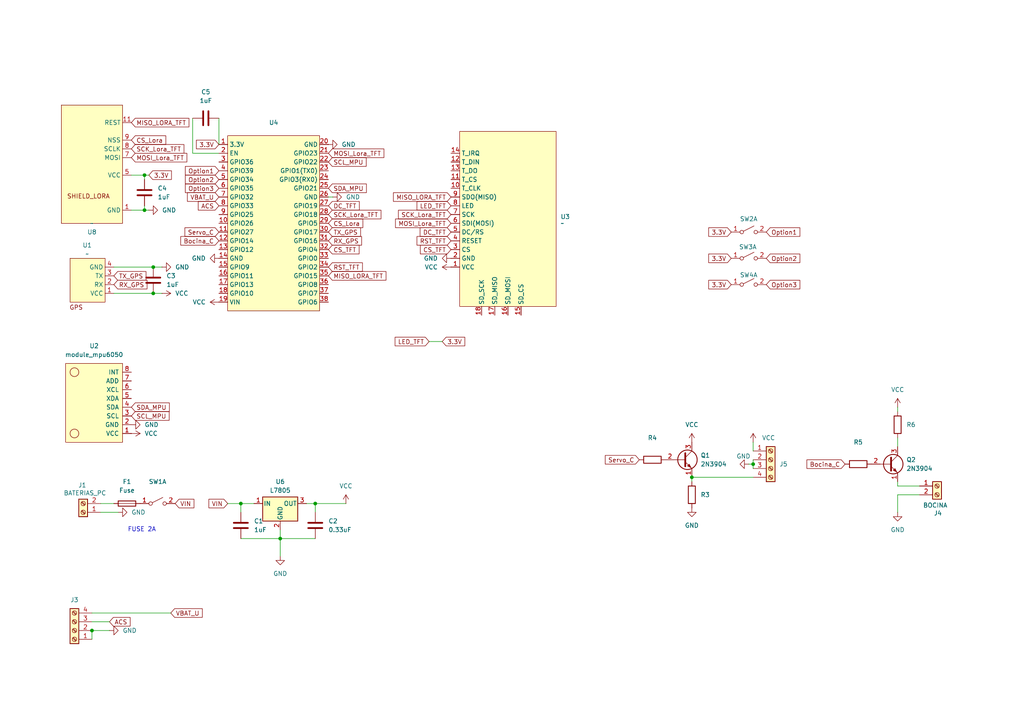
<source format=kicad_sch>
(kicad_sch (version 20250114) (generator "eeschema") (generator_version "9.0")
  (paper "A4")
  (title_block (title "Computadora-abordo Auto Desafio Eco YPF") (rev "1.0") (company "Joaquin Della Torre "))
  (lib_symbols
    (symbol "Connector:Screw_Terminal_01x02" (pin_names (offset 1.016) (hide yes))
      (property "Reference" "J" (at 0 2.54 0))
      (property "Value" "Screw_Terminal_01x02" (at 0 -5.08 0))
      (symbol "Screw_Terminal_01x02_1_1"
        (rectangle (start -1.27 1.27) (end 1.27 -3.81) (stroke (width 0.254)) (fill (type background)))
        (polyline (pts (xy -0.5334 0.3302) (xy 0.3302 -0.508)) (stroke (width 0.1524)))
        (polyline (pts (xy -0.5334 -2.2098) (xy 0.3302 -3.048)) (stroke (width 0.1524)))
        (polyline (pts (xy -0.3556 0.508) (xy 0.508 -0.3302)) (stroke (width 0.1524)))
        (polyline (pts (xy -0.3556 -2.032) (xy 0.508 -2.8702)) (stroke (width 0.1524)))
        (circle (center 0 0) (radius 0.635) (stroke (width 0.1524)))
        (circle (center 0 -2.54) (radius 0.635) (stroke (width 0.1524)))
        (pin passive line (at -5.08 0 0) (length 3.81) (name "Pin_1") (number "1"))
        (pin passive line (at -5.08 -2.54 0) (length 3.81) (name "Pin_2") (number "2"))
      )
    )
    (symbol "Connector:Screw_Terminal_01x04" (pin_names (offset 1.016) (hide yes))
      (property "Reference" "J" (at 0 5.08 0))
      (property "Value" "Screw_Terminal_01x04" (at 0 -7.62 0))
      (symbol "Screw_Terminal_01x04_1_1"
        (rectangle (start -1.27 3.81) (end 1.27 -6.35) (stroke (width 0.254)) (fill (type background)))
        (polyline (pts (xy -0.5334 2.8702) (xy 0.3302 2.032)) (stroke (width 0.1524)))
        (polyline (pts (xy -0.5334 0.3302) (xy 0.3302 -0.508)) (stroke (width 0.1524)))
        (polyline (pts (xy -0.5334 -2.2098) (xy 0.3302 -3.048)) (stroke (width 0.1524)))
        (polyline (pts (xy -0.5334 -4.7498) (xy 0.3302 -5.588)) (stroke (width 0.1524)))
        (polyline (pts (xy -0.3556 3.048) (xy 0.508 2.2098)) (stroke (width 0.1524)))
        (polyline (pts (xy -0.3556 0.508) (xy 0.508 -0.3302)) (stroke (width 0.1524)))
        (polyline (pts (xy -0.3556 -2.032) (xy 0.508 -2.8702)) (stroke (width 0.1524)))
        (polyline (pts (xy -0.3556 -4.572) (xy 0.508 -5.4102)) (stroke (width 0.1524)))
        (circle (center 0 2.54) (radius 0.635) (stroke (width 0.1524)))
        (circle (center 0 0) (radius 0.635) (stroke (width 0.1524)))
        (circle (center 0 -2.54) (radius 0.635) (stroke (width 0.1524)))
        (circle (center 0 -5.08) (radius 0.635) (stroke (width 0.1524)))
        (pin passive line (at -5.08 2.54 0) (length 3.81) (name "Pin_1") (number "1"))
        (pin passive line (at -5.08 0 0) (length 3.81) (name "Pin_2") (number "2"))
        (pin passive line (at -5.08 -2.54 0) (length 3.81) (name "Pin_3") (number "3"))
        (pin passive line (at -5.08 -5.08 0) (length 3.81) (name "Pin_4") (number "4"))
      )
    )
    (symbol "Device:C" (pin_numbers (hide yes)) (pin_names (offset 0.254))
      (property "Reference" "C" (at 0.635 2.54 0))
      (property "Value" "C" (at 0.635 -2.54 0))
      (symbol "C_0_1"
        (polyline (pts (xy -2.032 0.762) (xy 2.032 0.762)) (stroke (width 0.508)))
        (polyline (pts (xy -2.032 -0.762) (xy 2.032 -0.762)) (stroke (width 0.508)))
      )
      (symbol "C_1_1"
        (pin passive line (at 0 3.81 270) (length 2.794) (name "~") (number "1"))
        (pin passive line (at 0 -3.81 90) (length 2.794) (name "~") (number "2"))
      )
    )
    (symbol "Device:Fuse" (pin_numbers (hide yes)) (pin_names (offset 0))
      (property "Reference" "F" (at 2.032 0 90))
      (property "Value" "Fuse" (at -1.905 0 90))
      (symbol "Fuse_0_1"
        (rectangle (start -0.762 -2.54) (end 0.762 2.54) (stroke (width 0.254)))
        (polyline (pts (xy 0 2.54) (xy 0 -2.54)))
      )
      (symbol "Fuse_1_1"
        (pin passive line (at 0 3.81 270) (length 1.27) (name "~") (number "1"))
        (pin passive line (at 0 -3.81 90) (length 1.27) (name "~") (number "2"))
      )
    )
    (symbol "Device:R" (pin_numbers (hide yes)) (pin_names (offset 0))
      (property "Reference" "R" (at 2.032 0 90))
      (property "Value" "R" (at 0 0 90))
      (symbol "R_0_1"
        (rectangle (start -1.016 -2.54) (end 1.016 2.54) (stroke (width 0.254)))
      )
      (symbol "R_1_1"
        (pin passive line (at 0 3.81 270) (length 1.27) (name "~") (number "1"))
        (pin passive line (at 0 -3.81 90) (length 1.27) (name "~") (number "2"))
      )
    )
    (symbol "GY-NEO6MV2:GPS"
      (property "Reference" "U" (at 0 0 0))
      (symbol "GPS_1_1"
        (rectangle (start 2.54 13.97) (end 12.7 1.27) (fill (type background)))
        (text "GPS\n" (at 10.922 15.494 0) (effects (font (size 1.27 1.27))))
        (pin power_in line (at 0 11.43 0) (length 2.54) (name "VCC") (number "1"))
        (pin input line (at 0 8.89 0) (length 2.54) (name "RX") (number "2"))
        (pin output line (at 0 6.35 0) (length 2.54) (name "TX") (number "3"))
        (pin power_in line (at 0 3.81 0) (length 2.54) (name "GND") (number "4"))
      )
    )
    (symbol "Regulator_Linear:L7805" (pin_names (offset 0.254))
      (property "Reference" "U" (at -3.81 3.175 0))
      (property "Value" "L7805" (at 0 3.175 0))
      (symbol "L7805_0_1"
        (rectangle (start -5.08 1.905) (end 5.08 -5.08) (stroke (width 0.254)) (fill (type background)))
      )
      (symbol "L7805_1_1"
        (pin power_in line (at -7.62 0 0) (length 2.54) (name "IN") (number "1"))
        (pin power_in line (at 0 -7.62 90) (length 2.54) (name "GND") (number "2"))
        (pin power_out line (at 7.62 0 180) (length 2.54) (name "OUT") (number "3"))
      )
    )
    (symbol "Switch:SW_DPST_x2" (pin_names (offset 0) (hide yes))
      (property "Reference" "SW" (at 0 3.175 0))
      (property "Value" "SW_DPST_x2" (at 0 -2.54 0))
      (symbol "SW_DPST_x2_0_0"
        (circle (center -2.032 0) (radius 0.508))
        (polyline (pts (xy -1.524 0.254) (xy 1.524 1.778)))
        (circle (center 2.032 0) (radius 0.508))
      )
      (symbol "SW_DPST_x2_1_1"
        (pin passive line (at -5.08 0 0) (length 2.54) (name "A") (number "1"))
        (pin passive line (at 5.08 0 180) (length 2.54) (name "B") (number "2"))
      )
      (symbol "SW_DPST_x2_2_1"
        (pin passive line (at -5.08 0 0) (length 2.54) (name "A") (number "3"))
        (pin passive line (at 5.08 0 180) (length 2.54) (name "B") (number "4"))
      )
    )
    (symbol "Transistor_BJT:2N3904" (pin_names (offset 0) (hide yes))
      (property "Reference" "Q" (at 5.08 1.905 0))
      (property "Value" "2N3904" (at 5.08 0 0))
      (symbol "2N3904_0_1"
        (polyline (pts (xy -2.54 0) (xy 0.635 0)))
        (polyline (pts (xy 0.635 1.905) (xy 0.635 -1.905)) (stroke (width 0.508)))
        (circle (center 1.27 0) (radius 2.8194) (stroke (width 0.254)))
      )
      (symbol "2N3904_1_1"
        (polyline (pts (xy 0.635 0.635) (xy 2.54 2.54)))
        (polyline (pts (xy 0.635 -0.635) (xy 2.54 -2.54)))
        (polyline (pts (xy 1.27 -1.778) (xy 1.778 -1.27) (xy 2.286 -2.286) (xy 1.27 -1.778)) (fill (type outline)))
        (pin input line (at -5.08 0 0) (length 2.54) (name "B") (number "2"))
        (pin passive line (at 2.54 5.08 270) (length 2.54) (name "C") (number "3"))
        (pin passive line (at 2.54 -5.08 90) (length 2.54) (name "E") (number "1"))
      )
    )
    (symbol "lora:LORA_SHIELD"
      (property "Reference" "U" (at 0 -11.43 0))
      (symbol "LORA_SHIELD_1_1"
        (rectangle (start -3.81 -22.86) (end 13.97 11.43) (fill (type background)))
        (text "SHIELD_LORA\n" (at 6.096 -14.986 0) (effects (font (size 1.27 1.27))))
        (pin input line (at -6.35 6.35 0) (length 2.54) (name "REST") (number "11"))
        (pin input line (at -6.35 1.27 0) (length 2.54) (name "NSS") (number "9"))
        (pin input line (at -6.35 -1.27 0) (length 2.54) (name "SCLK") (number "8"))
        (pin input line (at -6.35 -3.81 0) (length 2.54) (name "MOSI") (number "7"))
        (pin input line (at -6.35 -8.89 0) (length 2.54) (name "VCC") (number "5"))
        (pin input line (at -6.35 -19.05 0) (length 2.54) (name "GND") (number "1"))
      )
    )
    (symbol "my_esp32kicad_sym:esp32_1"
      (property "Reference" "U" (at 25.4 -11.43 0))
      (symbol "esp32_1_1_1"
        (rectangle (start 31.75 -5.08) (end 58.42 -55.88) (fill (type background)))
        (pin power_in line (at 29.21 -7.62 0) (length 2.54) (name "3.3V") (number "1"))
        (pin input line (at 29.21 -10.16 0) (length 2.54) (name "EN") (number "2"))
        (pin bidirectional line (at 29.21 -12.7 0) (length 2.54) (name "GPIO36") (number "3"))
        (pin bidirectional line (at 29.21 -15.24 0) (length 2.54) (name "GPIO39") (number "4"))
        (pin bidirectional line (at 29.21 -17.78 0) (length 2.54) (name "GPIO34") (number "5"))
        (pin bidirectional line (at 29.21 -20.32 0) (length 2.54) (name "GPIO35") (number "6"))
        (pin bidirectional line (at 29.21 -22.86 0) (length 2.54) (name "GPIO32") (number "7"))
        (pin bidirectional line (at 29.21 -25.4 0) (length 2.54) (name "GPIO33") (number "8"))
        (pin bidirectional line (at 29.21 -27.94 0) (length 2.54) (name "GPIO25") (number "9"))
        (pin bidirectional line (at 29.21 -30.48 0) (length 2.54) (name "GPIO26") (number "10"))
        (pin bidirectional line (at 29.21 -33.02 0) (length 2.54) (name "GPIO27") (number "11"))
        (pin bidirectional line (at 29.21 -35.56 0) (length 2.54) (name "GPIO14") (number "12"))
        (pin bidirectional line (at 29.21 -38.1 0) (length 2.54) (name "GPIO12") (number "13"))
        (pin power_in line (at 29.21 -40.64 0) (length 2.54) (name "GND") (number "14"))
        (pin bidirectional line (at 29.21 -43.18 0) (length 2.54) (name "GPIO9") (number "15"))
        (pin bidirectional line (at 29.21 -45.72 0) (length 2.54) (name "GPIO11") (number "16"))
        (pin bidirectional line (at 29.21 -48.26 0) (length 2.54) (name "GPIO13") (number "17"))
        (pin bidirectional line (at 29.21 -50.8 0) (length 2.54) (name "GPIO10") (number "18"))
        (pin power_in line (at 29.21 -53.34 0) (length 2.54) (name "VIN") (number "19"))
        (pin power_in line (at 60.96 -7.62 180) (length 2.54) (name "GND") (number "20"))
        (pin bidirectional line (at 60.96 -10.16 180) (length 2.54) (name "GPIO23") (number "21"))
        (pin bidirectional line (at 60.96 -12.7 180) (length 2.54) (name "GPIO22") (number "22"))
        (pin bidirectional line (at 60.96 -15.24 180) (length 2.54) (name "GPIO1(TX0)") (number "23"))
        (pin bidirectional line (at 60.96 -17.78 180) (length 2.54) (name "GPIO3(RX0)") (number "24"))
        (pin bidirectional line (at 60.96 -20.32 180) (length 2.54) (name "GPIO21") (number "25"))
        (pin power_in line (at 60.96 -22.86 180) (length 2.54) (name "GND") (number "26"))
        (pin bidirectional line (at 60.96 -25.4 180) (length 2.54) (name "GPIO19") (number "27"))
        (pin bidirectional line (at 60.96 -27.94 180) (length 2.54) (name "GPIO18") (number "28"))
        (pin bidirectional line (at 60.96 -30.48 180) (length 2.54) (name "GPIO5") (number "29"))
        (pin bidirectional line (at 60.96 -33.02 180) (length 2.54) (name "GPIO17") (number "30"))
        (pin bidirectional line (at 60.96 -35.56 180) (length 2.54) (name "GPIO16") (number "31"))
        (pin bidirectional line (at 60.96 -38.1 180) (length 2.54) (name "GPIO4") (number "32"))
        (pin bidirectional line (at 60.96 -40.64 180) (length 2.54) (name "GPIO0") (number "33"))
        (pin bidirectional line (at 60.96 -43.18 180) (length 2.54) (name "GPIO2") (number "34"))
        (pin bidirectional line (at 60.96 -45.72 180) (length 2.54) (name "GPIO15") (number "35"))
        (pin bidirectional line (at 60.96 -48.26 180) (length 2.54) (name "GPIO8") (number "36"))
        (pin bidirectional line (at 60.96 -50.8 180) (length 2.54) (name "GPIO7") (number "37"))
        (pin bidirectional line (at 60.96 -53.34 180) (length 2.54) (name "GPIO6") (number "38"))
      )
    )
    (symbol "power:GND" (power) (pin_numbers (hide yes)) (pin_names (offset 0) (hide yes))
      (property "Value" "GND" (at 0 -3.81 0))
      (symbol "GND_0_1"
        (polyline (pts (xy 0 0) (xy 0 -1.27) (xy 1.27 -1.27) (xy 0 -2.54) (xy -1.27 -1.27) (xy 0 -1.27)))
      )
      (symbol "GND_1_1"
        (pin power_in line (at 0 0 270) (length 0) (name "~") (number "1"))
      )
    )
    (symbol "power:VCC" (power) (pin_numbers (hide yes)) (pin_names (offset 0) (hide yes))
      (property "Value" "VCC" (at 0 3.556 0))
      (symbol "VCC_0_1"
        (polyline (pts (xy -0.762 1.27) (xy 0 2.54)))
        (polyline (pts (xy 0 2.54) (xy 0.762 1.27)))
        (polyline (pts (xy 0 0) (xy 0 2.54)))
      )
      (symbol "VCC_1_1"
        (pin power_in line (at 0 0 90) (length 0) (name "~") (number "1"))
      )
    )
    (symbol "tft_3.5(modulo desafio eco ypf):tft_3.5"
      (property "Reference" "U" (at 0 0 0))
      (symbol "tft_3.5_1_1"
        (rectangle (start -46.99 -15.24) (end 3.81 -43.18) (fill (type background)))
        (pin output line (at -40.64 -45.72 90) (length 2.54) (name "T_IRQ") (number "14"))
        (pin input line (at -38.1 -45.72 90) (length 2.54) (name "T_DIN") (number "12"))
        (pin output line (at -35.56 -45.72 90) (length 2.54) (name "T_DO") (number "13"))
        (pin input line (at -33.02 -45.72 90) (length 2.54) (name "T_CS") (number "11"))
        (pin input line (at -30.48 -45.72 90) (length 2.54) (name "T_CLK") (number "10"))
        (pin bidirectional line (at -27.94 -45.72 90) (length 2.54) (name "SDO(MISO)") (number "9"))
        (pin power_in line (at -25.4 -45.72 90) (length 2.54) (name "LED") (number "8"))
        (pin input line (at -22.86 -45.72 90) (length 2.54) (name "SCK") (number "7"))
        (pin bidirectional line (at -20.32 -45.72 90) (length 2.54) (name "SDI(MOSI)") (number "6"))
        (pin bidirectional line (at -17.78 -45.72 90) (length 2.54) (name "DC/RS") (number "5"))
        (pin input line (at -15.24 -45.72 90) (length 2.54) (name "RESET") (number "4"))
        (pin input line (at -12.7 -45.72 90) (length 2.54) (name "CS") (number "3"))
        (pin power_in line (at -10.16 -45.72 90) (length 2.54) (name "GND") (number "2"))
        (pin power_in line (at -7.62 -45.72 90) (length 2.54) (name "VCC") (number "1"))
        (pin input line (at 6.35 -25.4 180) (length 2.54) (name "SD_CS") (number "15"))
        (pin input line (at 6.35 -29.21 180) (length 2.54) (name "SD_MOSI") (number "16"))
        (pin input line (at 6.35 -33.02 180) (length 2.54) (name "SD_MISO") (number "17"))
        (pin input line (at 6.35 -36.83 180) (length 2.54) (name "SD_SCK") (number "18"))
      )
    )
    (symbol "usini_sensors:module_mpu6050" (pin_names (offset 1.016))
      (property "Reference" "U" (at 2.54 21.59 0))
      (property "Value" "module_mpu6050" (at 11.43 -3.81 0))
      (symbol "module_mpu6050_0_1"
        (rectangle (start 2.54 20.32) (end 19.05 -2.54) (fill (type background)))
        (circle (center 16.51 17.78) (radius 1.27))
        (circle (center 16.51 0) (radius 1.27))
      )
      (symbol "module_mpu6050_1_1"
        (pin input line (at 0 17.78 0) (length 2.54) (name "VCC") (number "1"))
        (pin input line (at 0 15.24 0) (length 2.54) (name "GND") (number "2"))
        (pin input line (at 0 12.7 0) (length 2.54) (name "SCL") (number "3"))
        (pin input line (at 0 10.16 0) (length 2.54) (name "SDA") (number "4"))
        (pin input line (at 0 7.62 0) (length 2.54) (name "XDA") (number "5"))
        (pin input line (at 0 5.08 0) (length 2.54) (name "XCL") (number "6"))
        (pin input line (at 0 2.54 0) (length 2.54) (name "ADD") (number "7"))
        (pin input line (at 0 0 0) (length 2.54) (name "INT") (number "8"))
      )
    )
  )
  (text "FUSE 2A" (at 41.148 153.67 0) (effects (font (size 1.27 1.27))))
  (junction (at 81.28 156.21))
  (junction (at 26.67 182.88))
  (junction (at 41.91 50.8))
  (junction (at 218.44 134.62))
  (junction (at 200.66 138.43))
  (junction (at 91.44 146.05))
  (junction (at 69.85 146.05))
  (junction (at 41.91 60.96))
  (junction (at 44.45 77.47))
  (junction (at 44.45 85.09))
  (wire (pts (xy 26.67 182.88) (xy 31.75 182.88)))
  (wire (pts (xy 91.44 148.59) (xy 91.44 146.05)))
  (wire (pts (xy 200.66 138.43) (xy 200.66 139.7)))
  (wire (pts (xy 38.1 50.8) (xy 41.91 50.8)))
  (wire (pts (xy 260.35 127) (xy 260.35 129.54)))
  (wire (pts (xy 38.1 60.96) (xy 41.91 60.96)))
  (wire (pts (xy 29.21 146.05) (xy 33.02 146.05)))
  (wire (pts (xy 81.28 156.21) (xy 91.44 156.21)))
  (wire (pts (xy 44.45 85.09) (xy 46.99 85.09)))
  (wire (pts (xy 218.44 128.27) (xy 218.44 130.81)))
  (wire (pts (xy 91.44 146.05) (xy 88.9 146.05)))
  (wire (pts (xy 41.91 50.8) (xy 41.91 52.07)))
  (wire (pts (xy 33.02 85.09) (xy 44.45 85.09)))
  (wire (pts (xy 29.21 148.59) (xy 34.29 148.59)))
  (wire (pts (xy 69.85 146.05) (xy 73.66 146.05)))
  (wire (pts (xy 41.91 59.69) (xy 41.91 60.96)))
  (wire (pts (xy 81.28 153.67) (xy 81.28 156.21)))
  (wire (pts (xy 69.85 146.05) (xy 69.85 148.59)))
  (wire (pts (xy 55.88 34.29) (xy 55.88 44.45)))
  (wire (pts (xy 33.02 77.47) (xy 44.45 77.47)))
  (wire (pts (xy 266.7 140.97) (xy 260.35 140.97)))
  (wire (pts (xy 91.44 146.05) (xy 100.33 146.05)))
  (wire (pts (xy 26.67 182.88) (xy 26.67 185.42)))
  (wire (pts (xy 69.85 156.21) (xy 81.28 156.21)))
  (wire (pts (xy 41.91 50.8) (xy 43.18 50.8)))
  (wire (pts (xy 55.88 44.45) (xy 63.5 44.45)))
  (wire (pts (xy 260.35 140.97) (xy 260.35 139.7)))
  (wire (pts (xy 218.44 134.62) (xy 218.44 135.89)))
  (wire (pts (xy 44.45 77.47) (xy 46.99 77.47)))
  (wire (pts (xy 26.67 177.8) (xy 49.53 177.8)))
  (wire (pts (xy 41.91 60.96) (xy 43.18 60.96)))
  (wire (pts (xy 260.35 143.51) (xy 260.35 148.59)))
  (wire (pts (xy 95.25 57.15) (xy 96.52 57.15)))
  (wire (pts (xy 63.5 34.29) (xy 63.5 41.91)))
  (wire (pts (xy 26.67 180.34) (xy 31.75 180.34)))
  (wire (pts (xy 81.28 156.21) (xy 81.28 161.29)))
  (wire (pts (xy 260.35 143.51) (xy 266.7 143.51)))
  (wire (pts (xy 124.46 99.06) (xy 128.27 99.06)))
  (wire (pts (xy 200.66 138.43) (xy 218.44 138.43)))
  (wire (pts (xy 260.35 118.11) (xy 260.35 119.38)))
  (wire (pts (xy 218.44 134.62) (xy 218.44 133.35)))
  (wire (pts (xy 66.04 146.05) (xy 69.85 146.05)))
  (wire (pts (xy 217.17 134.62) (xy 218.44 134.62)))
  (global_label "MOSI_Lora_TFT" (shape input) (at 130.81 64.77 180) (property "Intersheetrefs" "${INTERSHEET_REFS}" (effects (hide yes))))
  (global_label "Option3" (shape input) (at 63.5 54.61 180) (property "Intersheetrefs" "${INTERSHEET_REFS}" (effects (hide yes))))
  (global_label "CS_Lora" (shape input) (at 38.1 40.64 0) (property "Intersheetrefs" "${INTERSHEET_REFS}" (effects (hide yes))))
  (global_label "MISO_LORA_TFT" (shape input) (at 38.1 35.56 0) (property "Intersheetrefs" "${INTERSHEET_REFS}" (effects (hide yes))))
  (global_label "MOSI_Lora_TFT" (shape input) (at 38.1 45.72 0) (property "Intersheetrefs" "${INTERSHEET_REFS}" (effects (hide yes))))
  (global_label "TX_GPS" (shape input) (at 33.02 80.01 0) (property "Intersheetrefs" "${INTERSHEET_REFS}" (effects (hide yes))))
  (global_label "MISO_LORA_TFT" (shape input) (at 95.25 80.01 0) (property "Intersheetrefs" "${INTERSHEET_REFS}" (effects (hide yes))))
  (global_label "CS_TFT" (shape input) (at 95.25 72.39 0) (property "Intersheetrefs" "${INTERSHEET_REFS}" (effects (hide yes))))
  (global_label "CS_Lora" (shape input) (at 95.25 64.77 0) (property "Intersheetrefs" "${INTERSHEET_REFS}" (effects (hide yes))))
  (global_label "Option1" (shape input) (at 63.5 49.53 180) (property "Intersheetrefs" "${INTERSHEET_REFS}" (effects (hide yes))))
  (global_label "Option1" (shape input) (at 222.25 67.31 0) (property "Intersheetrefs" "${INTERSHEET_REFS}" (effects (hide yes))))
  (global_label "ACS" (shape input) (at 63.5 59.69 180) (property "Intersheetrefs" "${INTERSHEET_REFS}" (effects (hide yes))))
  (global_label "SCK_Lora_TFT" (shape input) (at 38.1 43.18 0) (property "Intersheetrefs" "${INTERSHEET_REFS}" (effects (hide yes))))
  (global_label "VBAT_U" (shape input) (at 49.53 177.8 0) (property "Intersheetrefs" "${INTERSHEET_REFS}" (effects (hide yes))))
  (global_label "SCK_Lora_TFT" (shape input) (at 95.25 62.23 0) (property "Intersheetrefs" "${INTERSHEET_REFS}" (effects (hide yes))))
  (global_label "SDA_MPU" (shape input) (at 95.25 54.61 0) (property "Intersheetrefs" "${INTERSHEET_REFS}" (effects (hide yes))))
  (global_label "TX_GPS" (shape input) (at 95.25 67.31 0) (property "Intersheetrefs" "${INTERSHEET_REFS}" (effects (hide yes))))
  (global_label "VIN" (shape input) (at 66.04 146.05 180) (property "Intersheetrefs" "${INTERSHEET_REFS}" (effects (hide yes))))
  (global_label "SCL_MPU" (shape input) (at 38.1 120.65 0) (property "Intersheetrefs" "${INTERSHEET_REFS}" (effects (hide yes))))
  (global_label "Option2" (shape input) (at 222.25 74.93 0) (property "Intersheetrefs" "${INTERSHEET_REFS}" (effects (hide yes))))
  (global_label "SCL_MPU" (shape input) (at 95.25 46.99 0) (property "Intersheetrefs" "${INTERSHEET_REFS}" (effects (hide yes))))
  (global_label "LED_TFT" (shape input) (at 124.46 99.06 180) (property "Intersheetrefs" "${INTERSHEET_REFS}" (effects (hide yes))))
  (global_label "RST_TFT" (shape input) (at 130.81 69.85 180) (property "Intersheetrefs" "${INTERSHEET_REFS}" (effects (hide yes))))
  (global_label "RX_GPS" (shape input) (at 33.02 82.55 0) (property "Intersheetrefs" "${INTERSHEET_REFS}" (effects (hide yes))))
  (global_label "RX_GPS" (shape input) (at 95.25 69.85 0) (property "Intersheetrefs" "${INTERSHEET_REFS}" (effects (hide yes))))
  (global_label "3.3V" (shape input) (at 212.09 74.93 180) (property "Intersheetrefs" "${INTERSHEET_REFS}" (effects (hide yes))))
  (global_label "Bocina_C" (shape input) (at 245.11 134.62 180) (property "Intersheetrefs" "${INTERSHEET_REFS}" (effects (hide yes))))
  (global_label "3.3V" (shape input) (at 63.5 41.91 180) (property "Intersheetrefs" "${INTERSHEET_REFS}" (effects (hide yes))))
  (global_label "RST_TFT" (shape input) (at 95.25 77.47 0) (property "Intersheetrefs" "${INTERSHEET_REFS}" (effects (hide yes))))
  (global_label "3.3V" (shape input) (at 43.18 50.8 0) (property "Intersheetrefs" "${INTERSHEET_REFS}" (effects (hide yes))))
  (global_label "Bocina_C" (shape input) (at 63.5 69.85 180) (property "Intersheetrefs" "${INTERSHEET_REFS}" (effects (hide yes))))
  (global_label "SCK_Lora_TFT" (shape input) (at 130.81 62.23 180) (property "Intersheetrefs" "${INTERSHEET_REFS}" (effects (hide yes))))
  (global_label "3.3V" (shape input) (at 212.09 82.55 180) (property "Intersheetrefs" "${INTERSHEET_REFS}" (effects (hide yes))))
  (global_label "Option3" (shape input) (at 222.25 82.55 0) (property "Intersheetrefs" "${INTERSHEET_REFS}" (effects (hide yes))))
  (global_label "CS_TFT" (shape input) (at 130.81 72.39 180) (property "Intersheetrefs" "${INTERSHEET_REFS}" (effects (hide yes))))
  (global_label "VBAT_U" (shape input) (at 63.5 57.15 180) (property "Intersheetrefs" "${INTERSHEET_REFS}" (effects (hide yes))))
  (global_label "DC_TFT" (shape input) (at 95.25 59.69 0) (property "Intersheetrefs" "${INTERSHEET_REFS}" (effects (hide yes))))
  (global_label "MISO_LORA_TFT" (shape input) (at 130.81 57.15 180) (property "Intersheetrefs" "${INTERSHEET_REFS}" (effects (hide yes))))
  (global_label "Servo_C" (shape input) (at 185.42 133.35 180) (property "Intersheetrefs" "${INTERSHEET_REFS}" (effects (hide yes))))
  (global_label "Option2" (shape input) (at 63.5 52.07 180) (property "Intersheetrefs" "${INTERSHEET_REFS}" (effects (hide yes))))
  (global_label "3.3V" (shape input) (at 212.09 67.31 180) (property "Intersheetrefs" "${INTERSHEET_REFS}" (effects (hide yes))))
  (global_label "SDA_MPU" (shape input) (at 38.1 118.11 0) (property "Intersheetrefs" "${INTERSHEET_REFS}" (effects (hide yes))))
  (global_label "LED_TFT" (shape input) (at 130.81 59.69 180) (property "Intersheetrefs" "${INTERSHEET_REFS}" (effects (hide yes))))
  (global_label "3.3V" (shape input) (at 128.27 99.06 0) (property "Intersheetrefs" "${INTERSHEET_REFS}" (effects (hide yes))))
  (global_label "DC_TFT" (shape input) (at 130.81 67.31 180) (property "Intersheetrefs" "${INTERSHEET_REFS}" (effects (hide yes))))
  (global_label "ACS" (shape input) (at 31.75 180.34 0) (property "Intersheetrefs" "${INTERSHEET_REFS}" (effects (hide yes))))
  (global_label "MOSI_Lora_TFT" (shape input) (at 95.25 44.45 0) (property "Intersheetrefs" "${INTERSHEET_REFS}" (effects (hide yes))))
  (global_label "VIN" (shape input) (at 50.8 146.05 0) (property "Intersheetrefs" "${INTERSHEET_REFS}" (effects (hide yes))))
  (global_label "Servo_C" (shape input) (at 63.5 67.31 180) (property "Intersheetrefs" "${INTERSHEET_REFS}" (effects (hide yes))))
  (symbol (lib_id "Transistor_BJT:2N3904") (at 257.81 134.62 0) (unit 1)
    (property "Reference" "Q2" (at 262.89 133.3499 0) (effects (justify left)))
    (property "Value" "2N3904" (at 262.89 135.8899 0) (effects (justify left)))
    (property "Footprint" "Package_TO_SOT_THT:TO-92_Inline" (effects (hide yes)))
    (property "Datasheet" "https://www.onsemi.com/pub/Collateral/2N3903-D.PDF" (effects (hide yes)))
    (property "Description" "0.2A Ic, 40V Vce, Small Signal NPN Transistor, TO-92" (effects (hide yes)))
  )
  (symbol (lib_id "Regulator_Linear:L7805") (at 81.28 146.05 0) (unit 1)
    (property "Reference" "U6" (at 81.28 139.7 0))
    (property "Value" "L7805" (at 81.28 142.24 0))
    (property "Footprint" "Package_TO_SOT_THT:TO-220-3_Vertical" (effects (hide yes)))
    (property "Datasheet" "http://www.st.com/content/ccc/resource/technical/document/datasheet/41/4f/b3/b0/12/d4/47/88/CD00000444.pdf/files/CD00000444.pdf/jcr:content/translations/en.CD00000444.pdf" (effects (hide yes)))
    (property "Description" "Positive 1.5A 35V Linear Regulator, Fixed Output 5V, TO-220/TO-263/TO-252" (effects (hide yes)))
  )
  (symbol (lib_id "power:GND") (at 43.18 60.96 90) (unit 1)
    (property "Reference" "#PWR02" (effects (hide yes)))
    (property "Value" "GND" (at 46.99 60.9599 90) (effects (justify right)))
    (property "Description" "Power symbol creates a global label with name \"GND\" , ground" (effects (hide yes)))
  )
  (symbol (lib_id "Device:R") (at 260.35 123.19 180) (unit 1)
    (property "Reference" "R6" (at 262.89 123.1899 0) (effects (justify right)))
    (property "Value" "10k" (effects (hide yes)))
    (property "Footprint" "Resistor_THT:R_Axial_DIN0204_L3.6mm_D1.6mm_P5.08mm_Horizontal" (effects (hide yes)))
    (property "Description" "Resistor" (effects (hide yes)))
  )
  (symbol (lib_id "power:VCC") (at 260.35 118.11 0) (unit 1)
    (property "Reference" "#PWR022" (effects (hide yes)))
    (property "Value" "VCC" (at 260.35 113.03 0))
    (property "Description" "Power symbol creates a global label with name \"VCC\"" (effects (hide yes)))
  )
  (symbol (lib_id "Device:Fuse") (at 36.83 146.05 90) (unit 1)
    (property "Reference" "F1" (at 36.83 139.7 90))
    (property "Value" "Fuse" (at 36.83 142.24 90))
    (property "Footprint" "Fuse:Fuseholder_Clip-5x20mm_Littelfuse_445-030_Inline_P20.50x5.20mm_D1.30mm_Horizontal" (effects (hide yes)))
    (property "Description" "Fuse" (effects (hide yes)))
  )
  (symbol (lib_id "power:VCC") (at 130.81 77.47 90) (unit 1)
    (property "Reference" "#PWR012" (effects (hide yes)))
    (property "Value" "VCC" (at 127 77.4699 90) (effects (justify left)))
    (property "Description" "Power symbol creates a global label with name \"VCC\"" (effects (hide yes)))
  )
  (symbol (lib_id "power:VCC") (at 46.99 85.09 270) (unit 1)
    (property "Reference" "#PWR07" (effects (hide yes)))
    (property "Value" "VCC" (at 50.8 85.0899 90) (effects (justify left)))
    (property "Description" "Power symbol creates a global label with name \"VCC\"" (effects (hide yes)))
  )
  (symbol (lib_id "power:VCC") (at 218.44 128.27 0) (unit 1)
    (property "Reference" "#PWR019" (effects (hide yes)))
    (property "Value" "VCC" (at 220.98 126.9999 0) (effects (justify left)))
    (property "Description" "Power symbol creates a global label with name \"VCC\"" (effects (hide yes)))
  )
  (symbol (lib_id "power:VCC") (at 200.66 128.27 0) (unit 1)
    (property "Reference" "#PWR021" (effects (hide yes)))
    (property "Value" "VCC" (at 200.66 123.19 0))
    (property "Description" "Power symbol creates a global label with name \"VCC\"" (effects (hide yes)))
  )
  (symbol (lib_id "power:GND") (at 34.29 148.59 90) (unit 1)
    (property "Reference" "#PWR016" (effects (hide yes)))
    (property "Value" "GND" (at 38.1 148.5899 90) (effects (justify right)))
    (property "Description" "Power symbol creates a global label with name \"GND\" , ground" (effects (hide yes)))
  )
  (symbol (lib_id "power:VCC") (at 100.33 146.05 0) (unit 1)
    (property "Reference" "#PWR05" (effects (hide yes)))
    (property "Value" "VCC" (at 100.33 140.97 0))
    (property "Description" "Power symbol creates a global label with name \"VCC\"" (effects (hide yes)))
  )
  (symbol (lib_id "usini_sensors:module_mpu6050") (at 38.1 107.95 180) (unit 1)
    (property "Reference" "U2" (at 27.305 100.33 0))
    (property "Value" "module_mpu6050" (at 27.305 102.87 0))
    (property "Footprint" "MPU6050:module_MPU6050" (effects (hide yes)))
  )
  (symbol (lib_id "tft_3.5(modulo desafio eco ypf):tft_3.5") (at 176.53 85.09 270) (unit 1)
    (property "Reference" "U3" (at 162.56 62.8649 90) (effects (justify left)))
    (property "Value" "~" (at 162.56 64.77 90) (effects (justify left)))
    (property "Footprint" "MODULOS:tft_3.5_display" (effects (hide yes)))
  )
  (symbol (lib_id "power:GND") (at 46.99 77.47 90) (unit 1)
    (property "Reference" "#PWR03" (effects (hide yes)))
    (property "Value" "GND" (at 50.8 77.4699 90) (effects (justify right)))
    (property "Description" "Power symbol creates a global label with name \"GND\" , ground" (effects (hide yes)))
  )
  (symbol (lib_id "power:GND") (at 38.1 123.19 90) (unit 1)
    (property "Reference" "#PWR04" (effects (hide yes)))
    (property "Value" "GND" (at 41.91 123.1899 90) (effects (justify right)))
    (property "Description" "Power symbol creates a global label with name \"GND\" , ground" (effects (hide yes)))
  )
  (symbol (lib_id "Connector:Screw_Terminal_01x04") (at 21.59 182.88 180) (unit 1)
    (property "Reference" "J3" (at 21.59 173.99 0))
    (property "Value" "Screw_Terminal_01x04" (effects (hide yes)))
    (property "Footprint" "Connector_Molex:Molex_KK-396_5273-04A_1x04_P3.96mm_Vertical" (effects (hide yes)))
    (property "Description" "Generic screw terminal, single row, 01x04, script generated (kicad-library-utils/schlib/autogen/connector/)" (effects (hide yes)))
  )
  (symbol (lib_id "Device:C") (at 41.91 55.88 0) (unit 1)
    (property "Reference" "C4" (at 45.72 54.6099 0) (effects (justify left)))
    (property "Value" "1uF" (at 45.72 57.1499 0) (effects (justify left)))
    (property "Footprint" "Resistor_THT:R_Axial_DIN0204_L3.6mm_D1.6mm_P5.08mm_Horizontal" (effects (hide yes)))
    (property "Description" "Unpolarized capacitor" (effects (hide yes)))
  )
  (symbol (lib_id "Device:C") (at 91.44 152.4 0) (unit 1)
    (property "Reference" "C2" (at 95.25 151.1299 0) (effects (justify left)))
    (property "Value" "0.33uF" (at 95.25 153.6699 0) (effects (justify left)))
    (property "Footprint" "Resistor_THT:R_Axial_DIN0204_L3.6mm_D1.6mm_P5.08mm_Horizontal" (effects (hide yes)))
    (property "Description" "Unpolarized capacitor" (effects (hide yes)))
  )
  (symbol (lib_id "power:VCC") (at 63.5 87.63 90) (unit 1)
    (property "Reference" "#PWR06" (effects (hide yes)))
    (property "Value" "VCC" (at 59.69 87.6299 90) (effects (justify left)))
    (property "Description" "Power symbol creates a global label with name \"VCC\"" (effects (hide yes)))
  )
  (symbol (lib_id "power:GND") (at 31.75 182.88 90) (mirror x) (unit 1)
    (property "Reference" "#PWR09" (effects (hide yes)))
    (property "Value" "GND" (at 35.56 182.8799 90) (effects (justify right)))
    (property "Description" "Power symbol creates a global label with name \"GND\" , ground" (effects (hide yes)))
  )
  (symbol (lib_id "Connector:Screw_Terminal_01x02") (at 271.78 140.97 0) (unit 1)
    (property "Reference" "J4" (at 272.034 148.844 0))
    (property "Value" "BOCINA" (at 271.272 146.558 0))
    (property "Footprint" "Resistor_THT:R_Axial_DIN0204_L3.6mm_D1.6mm_P5.08mm_Horizontal" (effects (hide yes)))
    (property "Description" "Generic screw terminal, single row, 01x02, script generated (kicad-library-utils/schlib/autogen/connector/)" (effects (hide yes)))
  )
  (symbol (lib_id "Device:R") (at 248.92 134.62 90) (unit 1)
    (property "Reference" "R5" (at 248.92 128.27 90))
    (property "Value" "10k" (effects (hide yes)))
    (property "Footprint" "Resistor_THT:R_Axial_DIN0204_L3.6mm_D1.6mm_P5.08mm_Horizontal" (effects (hide yes)))
    (property "Description" "Resistor" (effects (hide yes)))
  )
  (symbol (lib_id "power:GND") (at 200.66 147.32 0) (unit 1)
    (property "Reference" "#PWR020" (effects (hide yes)))
    (property "Value" "GND" (at 200.66 152.4 0))
    (property "Description" "Power symbol creates a global label with name \"GND\" , ground" (effects (hide yes)))
  )
  (symbol (lib_id "Switch:SW_DPST_x2") (at 217.17 74.93 0) (unit 1)
    (property "Reference" "SW3" (at 216.916 71.628 0))
    (property "Value" "SW_DPST_x2" (effects (hide yes)))
    (property "Footprint" "Button_Switch_THT:SW_PUSH-12mm_Wuerth-430476085716" (effects (hide yes)))
    (property "Description" "Single Pole Single Throw (SPST) switch, separate symbol" (effects (hide yes)))
  )
  (symbol (lib_id "power:GND") (at 130.81 74.93 270) (unit 1)
    (property "Reference" "#PWR011" (effects (hide yes)))
    (property "Value" "GND" (at 127 74.9299 90) (effects (justify right)))
    (property "Description" "Power symbol creates a global label with name \"GND\" , ground" (effects (hide yes)))
  )
  (symbol (lib_id "GY-NEO6MV2:GPS") (at 33.02 73.66 180) (unit 1)
    (property "Reference" "U1" (at 25.296 71.12 0))
    (property "Value" "~" (at 25.296 73.66 0))
    (property "Footprint" "GY-NEO6MV2:GY-NEO6MV2" (effects (hide yes)))
  )
  (symbol (lib_id "Device:C") (at 44.45 81.28 0) (unit 1)
    (property "Reference" "C3" (at 48.26 80.0099 0) (effects (justify left)))
    (property "Value" "1uF" (at 48.26 82.5499 0) (effects (justify left)))
    (property "Footprint" "Resistor_THT:R_Axial_DIN0204_L3.6mm_D1.6mm_P7.62mm_Horizontal" (effects (hide yes)))
    (property "Description" "Unpolarized capacitor" (effects (hide yes)))
  )
  (symbol (lib_id "power:GND") (at 217.17 134.62 270) (unit 1)
    (property "Reference" "#PWR018" (effects (hide yes)))
    (property "Value" "GND" (at 217.678 132.334 90) (effects (justify right)))
    (property "Description" "Power symbol creates a global label with name \"GND\" , ground" (effects (hide yes)))
  )
  (symbol (lib_id "power:GND") (at 81.28 161.29 0) (unit 1)
    (property "Reference" "#PWR010" (effects (hide yes)))
    (property "Value" "GND" (at 81.28 166.37 0))
    (property "Description" "Power symbol creates a global label with name \"GND\" , ground" (effects (hide yes)))
  )
  (symbol (lib_id "Switch:SW_DPST_x2") (at 217.17 67.31 0) (unit 1)
    (property "Reference" "SW2" (at 217.17 63.5 0))
    (property "Value" "SW1" (effects (hide yes)))
    (property "Footprint" "Button_Switch_THT:SW_PUSH-12mm_Wuerth-430476085716" (effects (hide yes)))
    (property "Description" "Single Pole Single Throw (SPST) switch, separate symbol" (effects (hide yes)))
  )
  (symbol (lib_id "Device:C") (at 69.85 152.4 0) (unit 1)
    (property "Reference" "C1" (at 73.66 151.1299 0) (effects (justify left)))
    (property "Value" "1uF" (at 73.66 153.6699 0) (effects (justify left)))
    (property "Footprint" "Resistor_THT:R_Axial_DIN0204_L3.6mm_D1.6mm_P5.08mm_Horizontal" (effects (hide yes)))
    (property "Description" "Unpolarized capacitor" (effects (hide yes)))
  )
  (symbol (lib_id "Device:R") (at 189.23 133.35 90) (unit 1)
    (property "Reference" "R4" (at 189.23 127 90))
    (property "Value" "10k" (effects (hide yes)))
    (property "Footprint" "Resistor_THT:R_Axial_DIN0207_L6.3mm_D2.5mm_P10.16mm_Horizontal" (effects (hide yes)))
    (property "Description" "Resistor" (effects (hide yes)))
  )
  (symbol (lib_id "power:VCC") (at 38.1 125.73 270) (unit 1)
    (property "Reference" "#PWR08" (effects (hide yes)))
    (property "Value" "VCC" (at 41.91 125.7299 90) (effects (justify left)))
    (property "Description" "Power symbol creates a global label with name \"VCC\"" (effects (hide yes)))
  )
  (symbol (lib_id "power:GND") (at 63.5 74.93 270) (unit 1)
    (property "Reference" "#PWR014" (effects (hide yes)))
    (property "Value" "GND" (at 59.69 74.9299 90) (effects (justify right)))
    (property "Description" "Power symbol creates a global label with name \"GND\" , ground" (effects (hide yes)))
  )
  (symbol (lib_id "power:GND") (at 96.52 57.15 90) (unit 1)
    (property "Reference" "#PWR013" (effects (hide yes)))
    (property "Value" "GND" (at 100.33 57.1499 90) (effects (justify right)))
    (property "Description" "Power symbol creates a global label with name \"GND\" , ground" (effects (hide yes)))
  )
  (symbol (lib_id "Switch:SW_DPST_x2") (at 45.72 146.05 0) (unit 1)
    (property "Reference" "SW1" (at 45.72 139.7 0))
    (property "Value" "SW_DPST_x2" (effects (hide yes)))
    (property "Footprint" "Button_Switch_THT:SW_DIP_SPSTx01_Slide_9.78x4.72mm_W7.62mm_P2.54mm" (effects (hide yes)))
    (property "Description" "Single Pole Single Throw (SPST) switch, separate symbol" (effects (hide yes)))
  )
  (symbol (lib_id "Switch:SW_DPST_x2") (at 217.17 82.55 0) (unit 1)
    (property "Reference" "SW4" (at 217.17 79.756 0))
    (property "Value" "SW_DPST_x2" (effects (hide yes)))
    (property "Footprint" "Button_Switch_THT:SW_PUSH-12mm_Wuerth-430476085716" (effects (hide yes)))
    (property "Description" "Single Pole Single Throw (SPST) switch, separate symbol" (effects (hide yes)))
  )
  (symbol (lib_id "lora:LORA_SHIELD") (at 31.75 41.91 0) (mirror y) (unit 1)
    (property "Reference" "U8" (at 26.67 67.31 0))
    (property "Value" "~" (at 26.67 64.77 0))
    (property "Footprint" "LORA:SHIELD XL1278" (effects (hide yes)))
  )
  (symbol (lib_id "Device:C") (at 59.69 34.29 90) (unit 1)
    (property "Reference" "C5" (at 59.69 26.67 90))
    (property "Value" "1uF" (at 59.69 29.21 90))
    (property "Footprint" "Resistor_THT:R_Axial_DIN0204_L3.6mm_D1.6mm_P5.08mm_Horizontal" (effects (hide yes)))
    (property "Description" "Unpolarized capacitor" (effects (hide yes)))
  )
  (symbol (lib_id "Connector:Screw_Terminal_01x04") (at 223.52 133.35 0) (unit 1)
    (property "Reference" "J5" (at 226.06 134.6199 0) (effects (justify left)))
    (property "Value" "Screw_Terminal_01x04" (effects (hide yes)))
    (property "Footprint" "Connector_PinSocket_2.54mm:PinSocket_1x04_P2.54mm_Vertical" (effects (hide yes)))
    (property "Description" "Generic screw terminal, single row, 01x04, script generated (kicad-library-utils/schlib/autogen/connector/)" (effects (hide yes)))
  )
  (symbol (lib_id "Connector:Screw_Terminal_01x02") (at 24.13 148.59 180) (unit 1)
    (property "Reference" "J1" (at 23.876 140.716 0))
    (property "Value" "BATERIAS_PC" (at 24.638 143.002 0))
    (property "Footprint" "Connector_Molex:Molex_KK-396_5273-02A_1x02_P3.96mm_Vertical" (effects (hide yes)))
    (property "Description" "Generic screw terminal, single row, 01x02, script generated (kicad-library-utils/schlib/autogen/connector/)" (effects (hide yes)))
  )
  (symbol (lib_id "power:GND") (at 260.35 148.59 0) (unit 1)
    (property "Reference" "#PWR023" (effects (hide yes)))
    (property "Value" "GND" (at 260.35 153.67 0))
    (property "Description" "Power symbol creates a global label with name \"GND\" , ground" (effects (hide yes)))
  )
  (symbol (lib_id "my_esp32kicad_sym:esp32_1") (at 34.29 34.29 0) (unit 1)
    (property "Reference" "U4" (at 79.375 35.56 0))
    (property "Footprint" "my_esp32:esp32" (effects (hide yes)))
  )
  (symbol (lib_id "power:GND") (at 95.25 41.91 90) (unit 1)
    (property "Reference" "#PWR01" (effects (hide yes)))
    (property "Value" "GND" (at 99.06 41.9099 90) (effects (justify right)))
    (property "Description" "Power symbol creates a global label with name \"GND\" , ground" (effects (hide yes)))
  )
  (symbol (lib_id "Transistor_BJT:2N3904") (at 198.12 133.35 0) (unit 1)
    (property "Reference" "Q1" (at 203.2 132.0799 0) (effects (justify left)))
    (property "Value" "2N3904" (at 203.2 134.6199 0) (effects (justify left)))
    (property "Footprint" "Package_TO_SOT_THT:TO-92_Inline" (effects (hide yes)))
    (property "Datasheet" "https://www.onsemi.com/pub/Collateral/2N3903-D.PDF" (effects (hide yes)))
    (property "Description" "0.2A Ic, 40V Vce, Small Signal NPN Transistor, TO-92" (effects (hide yes)))
  )
  (symbol (lib_id "Device:R") (at 200.66 143.51 180) (unit 1)
    (property "Reference" "R3" (at 203.2 143.5099 0) (effects (justify right)))
    (property "Value" "10k" (effects (hide yes)))
    (property "Footprint" "Resistor_THT:R_Axial_DIN0204_L3.6mm_D1.6mm_P5.08mm_Horizontal" (effects (hide yes)))
    (property "Description" "Resistor" (effects (hide yes)))
  )
)
</source>
